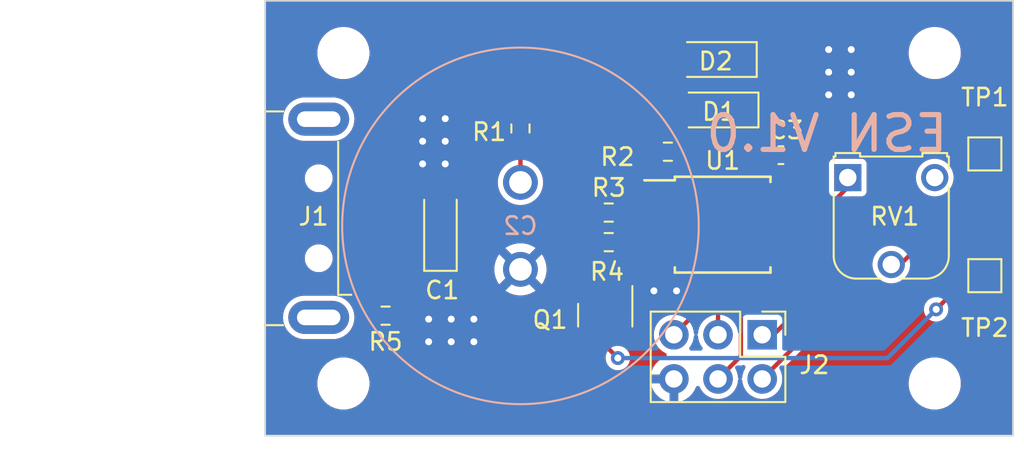
<source format=kicad_pcb>
(kicad_pcb (version 20221018) (generator pcbnew)
  (layers (0 "F.Cu" signal) (31 "B.Cu" signal) (34 "B.Paste" user) (35 "F.Paste" user) (36 "B.SilkS" user "B.Silkscreen") (37 "F.SilkS" user "F.Silkscreen") (38 "B.Mask" user) (39 "F.Mask" user) (44 "Edge.Cuts" user))
  (net 0 "")
  (net 1 "SENSE")
  (net 2 "GND")
  (net 3 "Net-(C2-Pad1)")
  (net 4 "5V")
  (net 5 "Net-(D1-K)")
  (net 9 "MISO")
  (net 10 "SCK")
  (net 11 "MOSI")
  (net 12 "RST")
  (net 13 "BUZ")
  (net 14 "Net-(U1-XTAL1{slash}PB3)")
  (net 15 "Net-(U1-XTAL2{slash}PB4)")
  (net 17 "Net-(Q1-C)")
  (net 18 "Net-(RV1-Pad2)")
  (footprint "MountingHole:MountingHole_2.5mm" (layer "F.Cu") (at 4.5 22)
    (fp_text reference "H4" hide)
    (fp_text value "MountingHole")
    (pad "" np_thru_hole circle (at 0 0) (size 2.5 2.5) (drill 2.5) (layers "*.Cu" "*.Mask"))
  )
  (footprint "Resistor_SMD:R_0603_1608Metric" (layer "F.Cu") (at 19.755 12.1725)
    (fp_text reference "R3" (at 0 -1.43) (layer "F.SilkS"))
    (fp_text value "470")
    (fp_line (start -0.237258 -0.5225) (end 0.237258 -0.5225) (stroke (width 0.12)) (layer "F.SilkS"))
    (fp_line (start -0.237258 0.5225) (end 0.237258 0.5225) (stroke (width 0.12)) (layer "F.SilkS"))
    (pad "1" smd roundrect (at -0.825 0) (size 0.8 0.95) (layers "F.Cu" "F.Paste" "F.Mask") (net 1 "SENSE"))
    (pad "2" smd roundrect (at 0.825 0) (size 0.8 0.95) (layers "F.Cu" "F.Paste" "F.Mask") (net 14 "Net-(U1-XTAL1{slash}PB3)"))
  )
  (footprint "Capacitor_SMD:C_0603_1608Metric" (layer "F.Cu") (at 29.655 8.8725 180)
    (fp_text reference "C3" (at -0.325 1.435) (layer "F.SilkS"))
    (fp_text value "0.1u")
    (fp_line (start -0.14058 -0.51) (end 0.14058 -0.51) (stroke (width 0.12)) (layer "F.SilkS"))
    (fp_line (start -0.14058 0.51) (end 0.14058 0.51) (stroke (width 0.12)) (layer "F.SilkS"))
    (pad "1" smd roundrect (at -0.775 0 180) (size 0.9 0.95) (layers "F.Cu" "F.Paste" "F.Mask") (net 2 "GND"))
    (pad "2" smd roundrect (at 0.775 0 180) (size 0.9 0.95) (layers "F.Cu" "F.Paste" "F.Mask") (net 4 "5V"))
  )
  (footprint "Diode_SMD:D_SOD-123" (layer "F.Cu") (at 25.905 3.3725 180)
    (fp_text reference "D2" (at 0 -0.1) (layer "F.SilkS"))
    (fp_text value "MBR0520LT1")
    (fp_line (start -2.36 -1) (end -2.36 1) (stroke (width 0.12)) (layer "F.SilkS"))
    (fp_line (start -2.36 -1) (end 1.65 -1) (stroke (width 0.12)) (layer "F.SilkS"))
    (fp_line (start -2.36 1) (end 1.65 1) (stroke (width 0.12)) (layer "F.SilkS"))
    (pad "1" smd roundrect (at -1.65 0 180) (size 0.9 1.2) (layers "F.Cu" "F.Paste" "F.Mask") (net 4 "5V"))
    (pad "2" smd roundrect (at 1.65 0 180) (size 0.9 1.2) (layers "F.Cu" "F.Paste" "F.Mask") (net 5 "Net-(D1-K)"))
  )
  (footprint "Resistor_SMD:R_0603_1608Metric" (layer "F.Cu") (at 6.925 18.1)
    (fp_text reference "R5" (at 0 1.5) (layer "F.SilkS"))
    (fp_text value "1k")
    (fp_line (start -0.237258 -0.5225) (end 0.237258 -0.5225) (stroke (width 0.12)) (layer "F.SilkS"))
    (fp_line (start -0.237258 0.5225) (end 0.237258 0.5225) (stroke (width 0.12)) (layer "F.SilkS"))
    (pad "1" smd roundrect (at -0.825 0) (size 0.8 0.95) (layers "F.Cu" "F.Paste" "F.Mask") (net 1 "SENSE"))
    (pad "2" smd roundrect (at 0.825 0) (size 0.8 0.95) (layers "F.Cu" "F.Paste" "F.Mask") (net 2 "GND"))
  )
  (footprint "MountingHole:MountingHole_2.5mm" (layer "F.Cu") (at 38.5 22)
    (fp_text reference "H3" hide)
    (fp_text value "MountingHole")
    (pad "" np_thru_hole circle (at 0 0) (size 2.5 2.5) (drill 2.5) (layers "*.Cu" "*.Mask"))
  )
  (footprint "Resistor_SMD:R_0603_1608Metric" (layer "F.Cu") (at 19.755 13.8725)
    (fp_text reference "R4" (at -0.1 1.7) (layer "F.SilkS"))
    (fp_text value "1k")
    (fp_line (start -0.237258 -0.5225) (end 0.237258 -0.5225) (stroke (width 0.12)) (layer "F.SilkS"))
    (fp_line (start -0.237258 0.5225) (end 0.237258 0.5225) (stroke (width 0.12)) (layer "F.SilkS"))
    (pad "1" smd roundrect (at -0.825 0) (size 0.8 0.95) (layers "F.Cu" "F.Paste" "F.Mask") (net 13 "BUZ"))
    (pad "2" smd roundrect (at 0.825 0) (size 0.8 0.95) (layers "F.Cu" "F.Paste" "F.Mask") (net 15 "Net-(U1-XTAL2{slash}PB4)"))
  )
  (footprint "TestPoint:TestPoint_Pad_1.5x1.5mm" (layer "F.Cu") (at 41.38 15.8)
    (fp_text reference "TP2" (at 0 3) (layer "F.SilkS"))
    (fp_text value "BZ-")
    (fp_line (start -0.95 -0.95) (end 0.95 -0.95) (stroke (width 0.12)) (layer "F.SilkS"))
    (fp_line (start -0.95 0.95) (end -0.95 -0.95) (stroke (width 0.12)) (layer "F.SilkS"))
    (fp_line (start 0.95 -0.95) (end 0.95 0.95) (stroke (width 0.12)) (layer "F.SilkS"))
    (fp_line (start 0.95 0.95) (end -0.95 0.95) (stroke (width 0.12)) (layer "F.SilkS"))
    (pad "1" smd rect (at 0 0) (size 1.5 1.5) (layers "F.Cu" "F.Mask") (net 17 "Net-(Q1-C)"))
  )
  (footprint "Connector_USB:USB_A_CNCTech_1001-011-01101_Horizontal" (layer "F.Cu") (at -3.82 12.5 180)
    (fp_text reference "J1" (at -6.6 0.1) (layer "F.SilkS"))
    (fp_text value "USB_A")
    (fp_line (start -8.02 -4.4) (end -8.775 -4.4) (stroke (width 0.12)) (layer "F.SilkS"))
    (fp_line (start -8.02 -4.4) (end -8.02 4.4) (stroke (width 0.12)) (layer "F.SilkS"))
    (fp_line (start -4.85 -6.145) (end -3.8 -6.145) (stroke (width 0.12)) (layer "F.SilkS"))
    (fp_line (start -4.85 6.145) (end -3.8 6.145) (stroke (width 0.12)) (layer "F.SilkS"))
    (pad "" np_thru_hole circle (at -6.9 -2.3 180) (size 1.1 1.1) (drill 1.1) (layers "*.Cu" "*.Mask"))
    (pad "" np_thru_hole circle (at -6.9 2.3 180) (size 1.1 1.1) (drill 1.1) (layers "*.Cu" "*.Mask"))
    (pad "1" smd rect (at -9.65 -3.5 180) (size 2.5 1.1) (layers "F.Cu" "F.Paste" "F.Mask") (net 1 "SENSE"))
    (pad "2" smd rect (at -9.65 -1 180) (size 2.5 1.1) (layers "F.Cu" "F.Paste" "F.Mask"))
    (pad "3" smd rect (at -9.65 1 180) (size 2.5 1.1) (layers "F.Cu" "F.Paste" "F.Mask"))
    (pad "4" smd rect (at -9.65 3.5 180) (size 2.5 1.1) (layers "F.Cu" "F.Paste" "F.Mask") (net 2 "GND"))
    (pad "5" thru_hole oval (at -6.9 -5.7 180) (size 3.5 1.9) (drill oval 2.5 0.9) (layers "*.Cu" "*.Mask"))
    (pad "5" thru_hole oval (at -6.9 5.7 180) (size 3.5 1.9) (drill oval 2.5 0.9) (layers "*.Cu" "*.Mask"))
  )
  (footprint "Potentiometer_THT:Potentiometer_Runtron_RM-065_Vertical" (layer "F.Cu") (at 33.5 10.16)
    (fp_text reference "RV1" (at 2.7 2.24) (layer "F.SilkS"))
    (fp_text value "10k")
    (fp_line (start -0.81 -1.21) (end -0.81 -0.96) (stroke (width 0.12)) (layer "F.SilkS"))
    (fp_line (start -0.81 4.5) (end -0.81 0.96) (stroke (width 0.12)) (layer "F.SilkS"))
    (fp_line (start -0.71 -1.41) (end -0.71 -1.21) (stroke (width 0.12)) (layer "F.SilkS"))
    (fp_line (start -0.71 -1.41) (end 0.71 -1.41) (stroke (width 0.12)) (layer "F.SilkS"))
    (fp_line (start -0.71 -1.21) (end -0.81 -1.21) (stroke (width 0.12)) (layer "F.SilkS"))
    (fp_line (start 0.71 -1.21) (end 0.71 -1.41) (stroke (width 0.12)) (layer "F.SilkS"))
    (fp_line (start 0.71 -1.21) (end 4.29 -1.21) (stroke (width 0.12)) (layer "F.SilkS"))
    (fp_line (start 1.99 5.81) (end 0.5 5.81) (stroke (width 0.12)) (layer "F.SilkS"))
    (fp_line (start 4.29 -1.41) (end 5.71 -1.41) (stroke (width 0.12)) (layer "F.SilkS"))
    (fp_line (start 4.29 -1.21) (end 4.29 -1.41) (stroke (width 0.12)) (layer "F.SilkS"))
    (fp_line (start 4.5 5.81) (end 3.01 5.81) (stroke (width 0.12)) (layer "F.SilkS"))
    (fp_line (start 5.71 -1.41) (end 5.71 -1.21) (stroke (width 0.12)) (layer "F.SilkS"))
    (fp_line (start 5.71 -1.21) (end 5.81 -1.21) (stroke (width 0.12)) (layer "F.SilkS"))
    (fp_line (start 5.81 -1.21) (end 5.81 -0.52) (stroke (width 0.12)) (layer "F.SilkS"))
    (fp_line (start 5.81 0.52) (end 5.81 4.5) (stroke (width 0.12)) (layer "F.SilkS"))
    (fp_arc (start 0.5 5.81) (mid -0.42631 5.42631) (end -0.81 4.5) (stroke (width 0.12)) (layer "F.SilkS"))
    (fp_arc (start 5.81 4.5) (mid 5.42631 5.42631) (end 4.5 5.81) (stroke (width 0.12)) (layer "F.SilkS"))
    (pad "1" thru_hole rect (at 0 0) (size 1.56 1.56) (drill 1) (layers "*.Cu" "*.Mask") (net 4 "5V"))
    (pad "2" thru_hole circle (at 2.5 5) (size 1.56 1.56) (drill 1) (layers "*.Cu" "*.Mask") (net 18 "Net-(RV1-Pad2)"))
    (pad "3" thru_hole circle (at 5 0) (size 1.56 1.56) (drill 1) (layers "*.Cu" "*.Mask"))
  )
  (footprint "Resistor_SMD:R_0603_1608Metric" (layer "F.Cu") (at 23.155 8.6725)
    (fp_text reference "R2" (at -2.9 0.3) (layer "F.SilkS"))
    (fp_text value "10k")
    (fp_line (start -0.237258 -0.5225) (end 0.237258 -0.5225) (stroke (width 0.12)) (layer "F.SilkS"))
    (fp_line (start -0.237258 0.5225) (end 0.237258 0.5225) (stroke (width 0.12)) (layer "F.SilkS"))
    (pad "1" smd roundrect (at -0.825 0) (size 0.8 0.95) (layers "F.Cu" "F.Paste" "F.Mask") (net 12 "RST"))
    (pad "2" smd roundrect (at 0.825 0) (size 0.8 0.95) (layers "F.Cu" "F.Paste" "F.Mask") (net 4 "5V"))
  )
  (footprint "TestPoint:TestPoint_Pad_1.5x1.5mm" (layer "F.Cu") (at 41.38 8.8)
    (fp_text reference "TP1" (at 0 -3.25) (layer "F.SilkS"))
    (fp_text value "BZ+")
    (fp_line (start -0.95 -0.95) (end 0.95 -0.95) (stroke (width 0.12)) (layer "F.SilkS"))
    (fp_line (start -0.95 0.95) (end -0.95 -0.95) (stroke (width 0.12)) (layer "F.SilkS"))
    (fp_line (start 0.95 -0.95) (end 0.95 0.95) (stroke (width 0.12)) (layer "F.SilkS"))
    (fp_line (start 0.95 0.95) (end -0.95 0.95) (stroke (width 0.12)) (layer "F.SilkS"))
    (pad "1" smd rect (at 0 0) (size 1.5 1.5) (layers "F.Cu" "F.Mask") (net 18 "Net-(RV1-Pad2)"))
  )
  (footprint "Package_TO_SOT_SMD:SOT-23" (layer "F.Cu") (at 19.555 18.0725 -90)
    (fp_text reference "Q1" (at 0.265 3.175 -180) (layer "F.SilkS"))
    (fp_text value "MMBT3904")
    (fp_line (start 0 -1.56) (end -1.675 -1.56) (stroke (width 0.12)) (layer "F.SilkS"))
    (fp_line (start 0 -1.56) (end 0.65 -1.56) (stroke (width 0.12)) (layer "F.SilkS"))
    (fp_line (start 0 1.56) (end -0.65 1.56) (stroke (width 0.12)) (layer "F.SilkS"))
    (fp_line (start 0 1.56) (end 0.65 1.56) (stroke (width 0.12)) (layer "F.SilkS"))
    (pad "1" smd roundrect (at -0.9375 -0.95 270) (size 1.475 0.6) (layers "F.Cu" "F.Paste" "F.Mask") (net 13 "BUZ"))
    (pad "2" smd roundrect (at -0.9375 0.95 270) (size 1.475 0.6) (layers "F.Cu" "F.Paste" "F.Mask") (net 2 "GND"))
    (pad "3" smd roundrect (at 0.9375 0 270) (size 1.475 0.6) (layers "F.Cu" "F.Paste" "F.Mask") (net 17 "Net-(Q1-C)"))
  )
  (footprint "MountingHole:MountingHole_2.5mm" (layer "F.Cu") (at 4.5 3)
    (fp_text reference "H1" hide)
    (fp_text value "MountingHole")
    (pad "" np_thru_hole circle (at 0 0) (size 2.5 2.5) (drill 2.5) (layers "*.Cu" "*.Mask"))
  )
  (footprint "Resistor_SMD:R_0603_1608Metric" (layer "F.Cu") (at 14.68 7.3375 90)
    (fp_text reference "R1" (at -0.2 -1.8 180) (layer "F.SilkS"))
    (fp_text value "100")
    (fp_line (start -0.237258 -0.5225) (end 0.237258 -0.5225) (stroke (width 0.12)) (layer "F.SilkS"))
    (fp_line (start -0.237258 0.5225) (end 0.237258 0.5225) (stroke (width 0.12)) (layer "F.SilkS"))
    (pad "1" smd roundrect (at -0.825 0 90) (size 0.8 0.95) (layers "F.Cu" "F.Paste" "F.Mask") (net 3 "Net-(C2-Pad1)"))
    (pad "2" smd roundrect (at 0.825 0 90) (size 0.8 0.95) (layers "F.Cu" "F.Paste" "F.Mask") (net 5 "Net-(D1-K)"))
  )
  (footprint "Capacitor_Tantalum_SMD:CP_EIA-3216-10_Kemet-I_Pad1.58x1.35mm_HandSolder" (layer "F.Cu") (at 10.08 13.0375 90)
    (fp_text reference "C1" (at -3.6 0.1 180) (layer "F.SilkS"))
    (fp_text value "10u")
    (fp_line (start -2.485 -0.935) (end -2.485 0.935) (stroke (width 0.12)) (layer "F.SilkS"))
    (fp_line (start -2.485 0.935) (end 1.6 0.935) (stroke (width 0.12)) (layer "F.SilkS"))
    (fp_line (start 1.6 -0.935) (end -2.485 -0.935) (stroke (width 0.12)) (layer "F.SilkS"))
    (pad "1" smd roundrect (at -1.4375 0 90) (size 1.575 1.35) (layers "F.Cu" "F.Paste" "F.Mask") (roundrect_rratio 0.185185) (net 1 "SENSE"))
    (pad "2" smd roundrect (at 1.4375 0 90) (size 1.575 1.35) (layers "F.Cu" "F.Paste" "F.Mask") (roundrect_rratio 0.185185) (net 2 "GND"))
  )
  (footprint "MountingHole:MountingHole_2.5mm" (layer "F.Cu") (at 38.5 3)
    (fp_text reference "H2" hide)
    (fp_text value "MountingHole")
    (pad "" np_thru_hole circle (at 0 0) (size 2.5 2.5) (drill 2.5) (layers "*.Cu" "*.Mask"))
  )
  (footprint "Diode_SMD:D_SOD-123" (layer "F.Cu") (at 26.005 6.2725 180)
    (fp_text reference "D1" (at -0.1 -0.1) (layer "F.SilkS"))
    (fp_text value "MBR0520LT1")
    (fp_line (start -2.36 -1) (end -2.36 1) (stroke (width 0.12)) (layer "F.SilkS"))
    (fp_line (start -2.36 -1) (end 1.65 -1) (stroke (width 0.12)) (layer "F.SilkS"))
    (fp_line (start -2.36 1) (end 1.65 1) (stroke (width 0.12)) (layer "F.SilkS"))
    (pad "1" smd roundrect (at -1.65 0 180) (size 0.9 1.2) (layers "F.Cu" "F.Paste" "F.Mask") (net 5 "Net-(D1-K)"))
    (pad "2" smd roundrect (at 1.65 0 180) (size 0.9 1.2) (layers "F.Cu" "F.Paste" "F.Mask") (net 1 "SENSE"))
  )
  (footprint "Connector_PinHeader_2.54mm:PinHeader_2x03_P2.54mm_Vertical" (layer "F.Cu") (at 28.58 19.1975 -90)
    (fp_text reference "J2" (at 1.74 -3 -180) (layer "F.SilkS"))
    (fp_text value "ISP")
    (fp_line (start -1.33 -1.33) (end 0 -1.33) (stroke (width 0.12)) (layer "F.SilkS"))
    (fp_line (start -1.33 0) (end -1.33 -1.33) (stroke (width 0.12)) (layer "F.SilkS"))
    (fp_line (start -1.33 1.27) (end -1.33 6.41) (stroke (width 0.12)) (layer "F.SilkS"))
    (fp_line (start -1.33 1.27) (end 1.27 1.27) (stroke (width 0.12)) (layer "F.SilkS"))
    (fp_line (start -1.33 6.41) (end 3.87 6.41) (stroke (width 0.12)) (layer "F.SilkS"))
    (fp_line (start 1.27 -1.33) (end 3.87 -1.33) (stroke (width 0.12)) (layer "F.SilkS"))
    (fp_line (start 1.27 1.27) (end 1.27 -1.33) (stroke (width 0.12)) (layer "F.SilkS"))
    (fp_line (start 3.87 -1.33) (end 3.87 6.41) (stroke (width 0.12)) (layer "F.SilkS"))
    (pad "1" thru_hole rect (at 0 0 270) (size 1.7 1.7) (drill 1) (layers "*.Cu" "*.Mask") (net 9 "MISO"))
    (pad "2" thru_hole oval (at 2.54 0 270) (size 1.7 1.7) (drill 1) (layers "*.Cu" "*.Mask") (net 4 "5V"))
    (pad "3" thru_hole oval (at 0 2.54 270) (size 1.7 1.7) (drill 1) (layers "*.Cu" "*.Mask") (net 10 "SCK"))
    (pad "4" thru_hole oval (at 2.54 2.54 270) (size 1.7 1.7) (drill 1) (layers "*.Cu" "*.Mask") (net 11 "MOSI"))
    (pad "5" thru_hole oval (at 0 5.08 270) (size 1.7 1.7) (drill 1) (layers "*.Cu" "*.Mask") (net 12 "RST"))
    (pad "6" thru_hole oval (at 2.54 5.08 270) (size 1.7 1.7) (drill 1) (layers "*.Cu" "*.Mask") (net 2 "GND"))
  )
  (footprint "Package_SO:SOIC-8W_5.3x5.3mm_P1.27mm" (layer "F.Cu") (at 26.305 12.8675)
    (fp_text reference "U1" (at 0 -3.68) (layer "F.SilkS"))
    (fp_text value "ATtiny85-20S")
    (fp_line (start -2.75 -2.755) (end -2.75 -2.55) (stroke (width 0.15)) (layer "F.SilkS"))
    (fp_line (start -2.75 -2.755) (end 2.75 -2.755) (stroke (width 0.15)) (layer "F.SilkS"))
    (fp_line (start -2.75 -2.55) (end -4.5 -2.55) (stroke (width 0.15)) (layer "F.SilkS"))
    (fp_line (start -2.75 2.755) (end -2.75 2.455) (stroke (width 0.15)) (layer "F.SilkS"))
    (fp_line (start -2.75 2.755) (end 2.75 2.755) (stroke (width 0.15)) (layer "F.SilkS"))
    (fp_line (start 2.75 -2.755) (end 2.75 -2.455) (stroke (width 0.15)) (layer "F.SilkS"))
    (fp_line (start 2.75 2.755) (end 2.75 2.455) (stroke (width 0.15)) (layer "F.SilkS"))
    (pad "1" smd rect (at -3.65 -1.905) (size 1.7 0.65) (layers "F.Cu" "F.Paste" "F.Mask") (net 12 "RST"))
    (pad "2" smd rect (at -3.65 -0.635) (size 1.7 0.65) (layers "F.Cu" "F.Paste" "F.Mask") (net 14 "Net-(U1-XTAL1{slash}PB3)"))
    (pad "3" smd rect (at -3.65 0.635) (size 1.7 0.65) (layers "F.Cu" "F.Paste" "F.Mask") (net 15 "Net-(U1-XTAL2{slash}PB4)"))
    (pad "4" smd rect (at -3.65 1.905) (size 1.7 0.65) (layers "F.Cu" "F.Paste" "F.Mask") (net 2 "GND"))
    (pad "5" smd rect (at 3.65 1.905) (size 1.7 0.65) (layers "F.Cu" "F.Paste" "F.Mask") (net 11 "MOSI"))
    (pad "6" smd rect (at 3.65 0.635) (size 1.7 0.65) (layers "F.Cu" "F.Paste" "F.Mask") (net 9 "MISO"))
    (pad "7" smd rect (at 3.65 -0.635) (size 1.7 0.65) (layers "F.Cu" "F.Paste" "F.Mask") (net 10 "SCK"))
    (pad "8" smd rect (at 3.65 -1.905) (size 1.7 0.65) (layers "F.Cu" "F.Paste" "F.Mask") (net 4 "5V"))
  )
  (footprint "supercap:KAMCAP-5R5-D105VYC3H" (layer "B.Cu") (at 14.68 12.9375 -90)
    (fp_text reference "C2" (at 0 0 unlocked) (layer "B.SilkS") (effects (justify mirror)))
    (fp_text value "1F")
    (fp_circle (center 0 0) (end 10.25 0) (stroke (width 0.12)) (fill none) (layer "B.SilkS"))
    (pad "1" thru_hole circle (at -2.5 0 270) (size 2 2) (drill 1.3) (layers "*.Cu" "*.Mask") (net 3 "Net-(C2-Pad1)"))
    (pad "2" thru_hole circle (at 2.5 0 270) (size 2 2) (drill 1.3) (layers "*.Cu" "*.Mask") (net 2 "GND"))
  )
  (gr_rect (start 0 0) (end 43 25) (stroke (width 0.1)) (fill none) (layer "Edge.Cuts"))
  (gr_text "ESN V1.0" (at 39.4 8.8) (layer "B.SilkS") (effects (font (size 2 2) (thickness 0.3)) (justify left bottom mirror)))
  (segment (start 17.865 13.2375) (end 18.93 12.1725) (width 0.25) (layer "F.Cu") (net 1))
  (segment (start 5.83 16.4375) (end 5.83 16) (width 0.25) (layer "F.Cu") (net 1))
  (segment (start 10.08 14.475) (end 11.3175 13.2375) (width 0.25) (layer "F.Cu") (net 1))
  (segment (start 10.08 14.475) (end 10.2045 14.3505) (width 0.25) (layer "F.Cu") (net 1))
  (segment (start 18.93 9.9975) (end 18.93 12.1725) (width 0.25) (layer "F.Cu") (net 1))
  (segment (start 11.3175 13.2375) (end 17.865 13.2375) (width 0.25) (layer "F.Cu") (net 1))
  (segment (start 5.83 16) (end 8.555 16) (width 0.25) (layer "F.Cu") (net 1))
  (segment (start 8.555 16) (end 10.08 14.475) (width 0.25) (layer "F.Cu") (net 1))
  (segment (start 24.355 6.2725) (end 22.655 6.2725) (width 0.25) (layer "F.Cu") (net 1))
  (segment (start 22.655 6.2725) (end 18.93 9.9975) (width 0.25) (layer "F.Cu") (net 1))
  (via (at 32.4 5.4) (size 0.8) (drill 0.4) (layers "F.Cu" "B.Cu") (net 2))
  (via (at 10.355 9.3725) (size 0.8) (drill 0.4) (layers "F.Cu" "B.Cu") (net 2))
  (via (at 33.7 5.4) (size 0.8) (drill 0.4) (layers "F.Cu" "B.Cu") (net 2))
  (via (at 9.055 8.0725) (size 0.8) (drill 0.4) (layers "F.Cu" "B.Cu") (net 2))
  (via (at 33.7 2.8) (size 0.8) (drill 0.4) (layers "F.Cu" "B.Cu") (net 2))
  (via (at 33.7 4.1) (size 0.8) (drill 0.4) (layers "F.Cu" "B.Cu") (net 2))
  (via (at 10.7 18.3) (size 0.8) (drill 0.4) (layers "F.Cu" "B.Cu") (net 2))
  (via (at 12 19.6) (size 0.8) (drill 0.4) (layers "F.Cu" "B.Cu") (net 2))
  (via (at 9.055 6.7725) (size 0.8) (drill 0.4) (layers "F.Cu" "B.Cu") (net 2))
  (via (at 9.4 18.3) (size 0.8) (drill 0.4) (layers "F.Cu" "B.Cu") (net 2))
  (via (at 9.4 19.6) (size 0.8) (drill 0.4) (layers "F.Cu" "B.Cu") (net 2))
  (via (at 32.4 4.1) (size 0.8) (drill 0.4) (layers "F.Cu" "B.Cu") (net 2))
  (via (at 10.7 19.6) (size 0.8) (drill 0.4) (layers "F.Cu" "B.Cu") (net 2))
  (via (at 23.655 16.6725) (size 0.8) (drill 0.4) (layers "F.Cu" "B.Cu") (net 2))
  (via (at 9.055 9.3725) (size 0.8) (drill 0.4) (layers "F.Cu" "B.Cu") (net 2))
  (via (at 22.355 16.6725) (size 0.8) (drill 0.4) (layers "F.Cu" "B.Cu") (net 2))
  (via (at 10.355 8.0725) (size 0.8) (drill 0.4) (layers "F.Cu" "B.Cu") (net 2))
  (via (at 10.355 6.7725) (size 0.8) (drill 0.4) (layers "F.Cu" "B.Cu") (net 2))
  (via (at 12 18.3) (size 0.8) (drill 0.4) (layers "F.Cu" "B.Cu") (net 2))
  (via (at 32.4 2.8) (size 0.8) (drill 0.4) (layers "F.Cu" "B.Cu") (net 2))
  (segment (start 14.68 8.1625) (end 14.68 10.4375) (width 0.25) (layer "F.Cu") (net 3))
  (segment (start 29.955 10.9625) (end 29.955 9.9475) (width 0.25) (layer "F.Cu") (net 4))
  (segment (start 32.205 12.6575) (end 31.8825 12.335) (width 0.25) (layer "F.Cu") (net 4))
  (segment (start 31.8825 12.335) (end 30.51 10.9625) (width 0.25) (layer "F.Cu") (net 4))
  (segment (start 33.48 10.7375) (end 31.8825 12.335) (width 0.25) (layer "F.Cu") (net 4))
  (segment (start 27.555 3.3725) (end 28.88 4.6975) (width 0.25) (layer "F.Cu") (net 4))
  (segment (start 28.88 4.6975) (end 28.88 8.8725) (width 0.25) (layer "F.Cu") (net 4))
  (segment (start 28.68 8.6725) (end 28.88 8.8725) (width 0.25) (layer "F.Cu") (net 4))
  (segment (start 29.955 9.9475) (end 28.88 8.8725) (width 0.25) (layer "F.Cu") (net 4))
  (segment (start 33.48 10.6975) (end 33.48 10.7375) (width 0.25) (layer "F.Cu") (net 4))
  (segment (start 23.98 8.6725) (end 28.68 8.6725) (width 0.25) (layer "F.Cu") (net 4))
  (segment (start 30.51 10.9625) (end 29.955 10.9625) (width 0.25) (layer "F.Cu") (net 4))
  (segment (start 28.58 21.7375) (end 32.205 18.1125) (width 0.25) (layer "F.Cu") (net 4))
  (segment (start 32.205 18.1125) (end 32.205 12.6575) (width 0.25) (layer "F.Cu") (net 4))
  (segment (start 17.82 3.3725) (end 14.68 6.5125) (width 0.25) (layer "F.Cu") (net 5))
  (segment (start 27.155 6.2725) (end 24.255 3.3725) (width 0.25) (layer "F.Cu") (net 5))
  (segment (start 24.255 3.3725) (end 17.82 3.3725) (width 0.25) (layer "F.Cu") (net 5))
  (segment (start 27.655 6.2725) (end 27.155 6.2725) (width 0.25) (layer "F.Cu") (net 5))
  (segment (start 29.23 19.1975) (end 31.755 16.6725) (width 0.25) (layer "F.Cu") (net 9))
  (segment (start 28.58 19.1975) (end 29.23 19.1975) (width 0.25) (layer "F.Cu") (net 9))
  (segment (start 30.48 13.5025) (end 29.955 13.5025) (width 0.25) (layer "F.Cu") (net 9))
  (segment (start 31.755 14.7775) (end 30.48 13.5025) (width 0.25) (layer "F.Cu") (net 9))
  (segment (start 31.755 16.6725) (end 31.755 14.7775) (width 0.25) (layer "F.Cu") (net 9))
  (segment (start 26.04 15.0475) (end 28.855 12.2325) (width 0.25) (layer "F.Cu") (net 10))
  (segment (start 28.855 12.2325) (end 29.955 12.2325) (width 0.25) (layer "F.Cu") (net 10))
  (segment (start 26.04 19.1975) (end 26.04 15.0475) (width 0.25) (layer "F.Cu") (net 10))
  (segment (start 26.04 21.7375) (end 27.355 20.4225) (width 0.25) (layer "F.Cu") (net 11))
  (segment (start 27.355 20.4225) (end 27.355 17.3725) (width 0.25) (layer "F.Cu") (net 11))
  (segment (start 27.355 17.3725) (end 29.955 14.7725) (width 0.25) (layer "F.Cu") (net 11))
  (segment (start 23.745 10.9625) (end 22.655 10.9625) (width 0.25) (layer "F.Cu") (net 12))
  (segment (start 24.755 17.9425) (end 24.755 11.9725) (width 0.25) (layer "F.Cu") (net 12))
  (segment (start 22.33 8.6725) (end 22.33 10.6375) (width 0.25) (layer "F.Cu") (net 12))
  (segment (start 23.5 19.1975) (end 24.755 17.9425) (width 0.25) (layer "F.Cu") (net 12))
  (segment (start 24.755 11.9725) (end 23.745 10.9625) (width 0.25) (layer "F.Cu") (net 12))
  (segment (start 22.33 10.6375) (end 22.655 10.9625) (width 0.25) (layer "F.Cu") (net 12))
  (segment (start 20.505 17.135) (end 18.93 15.56) (width 0.25) (layer "F.Cu") (net 13))
  (segment (start 18.93 15.56) (end 18.93 13.8725) (width 0.25) (layer "F.Cu") (net 13))
  (segment (start 20.64 12.2325) (end 20.58 12.1725) (width 0.25) (layer "F.Cu") (net 14))
  (segment (start 22.655 12.2325) (end 20.64 12.2325) (width 0.25) (layer "F.Cu") (net 14))
  (segment (start 20.95 13.5025) (end 20.58 13.8725) (width 0.25) (layer "F.Cu") (net 15))
  (segment (start 22.655 13.5025) (end 20.95 13.5025) (width 0.25) (layer "F.Cu") (net 15))
  (segment (start 38.58 17.7375) (end 40.5175 15.8) (width 0.25) (layer "F.Cu") (net 17))
  (segment (start 40.5175 15.8) (end 41.38 15.8) (width 0.25) (layer "F.Cu") (net 17))
  (segment (start 19.555 19.8125) (end 19.555 19.01) (width 0.25) (layer "F.Cu") (net 17))
  (segment (start 20.28 20.5375) (end 19.555 19.8125) (width 0.25) (layer "F.Cu") (net 17))
  (via (at 38.58 17.7375) (size 0.8) (drill 0.4) (layers "F.Cu" "B.Cu") (net 17))
  (via (at 20.28 20.5375) (size 0.8) (drill 0.4) (layers "F.Cu" "B.Cu") (net 17))
  (segment (start 38.58 17.7375) (end 38.58 17.7375) (width 0.25) (layer "B.Cu") (net 17))
  (segment (start 38.58 17.7375) (end 38.58 17.7375) (width 0.25) (layer "B.Cu") (net 17))
  (segment (start 35.78 20.5375) (end 38.58 17.7375) (width 0.25) (layer "B.Cu") (net 17))
  (segment (start 38.58 17.7375) (end 38.48 17.8375) (width 0.25) (layer "B.Cu") (net 17))
  (segment (start 20.28 20.5375) (end 35.78 20.5375) (width 0.25) (layer "B.Cu") (net 17))
  (segment (start 35.98 15.6975) (end 41.38 10.2975) (width 0.25) (layer "F.Cu") (net 18))
  (segment (start 41.38 10.2975) (end 41.38 8.8) (width 0.25) (layer "F.Cu") (net 18))
  (zone (net 2) (net_name "GND") (layers "F&B.Cu") (connect_pads (clearance 0.3)) (min_thickness 0.25) (fill yes (thermal_gap 0.5) (thermal_bridge_width 0.5))
    (polygon (pts (xy 0 0) (xy 43 0) (xy 43 25) (xy 0 25)))
  )
)
</source>
